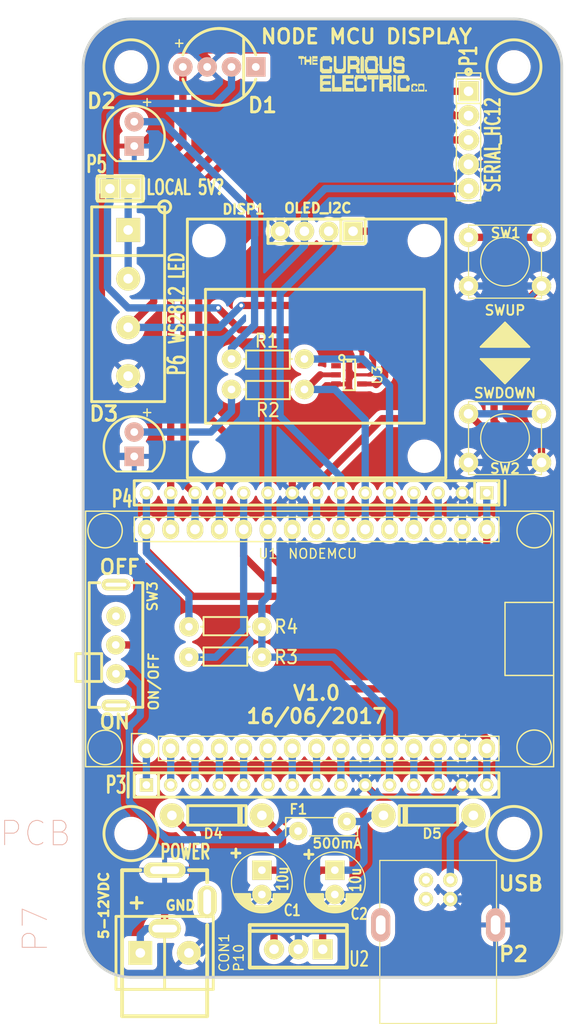
<source format=kicad_pcb>
(kicad_pcb (version 20221018) (generator pcbnew)
  (layers (0 "F.Cu" signal) (31 "B.Cu" signal) (34 "B.Paste" user) (35 "F.Paste" user) (36 "B.SilkS" user "B.Silkscreen") (37 "F.SilkS" user "F.Silkscreen") (38 "B.Mask" user) (39 "F.Mask" user) (44 "Edge.Cuts" user))
  (net 0 "")
  (net 1 "Net-(C1-Pad1)")
  (net 2 "Net-(CON1-Pad1)")
  (net 3 "Net-(C2-Pad1)")
  (net 4 "Net-(D5-Pad2)")
  (net 5 "Net-(F1-Pad2)")
  (net 6 "/5V_PWR")
  (net 7 "GND")
  (net 8 "/LED_WS2811")
  (net 9 "Net-(D2-Pad2)")
  (net 10 "Net-(D3-Pad2)")
  (net 11 "/SDA")
  (net 12 "/SCL")
  (net 13 "+3V3")
  (net 14 "/HC12_SET")
  (net 15 "/SOFT_Rx")
  (net 16 "/SOFT_Tx")
  (net 17 "Net-(P3-Pad12)")
  (net 18 "Net-(P3-Pad1)")
  (net 19 "Net-(P3-Pad2)")
  (net 20 "Net-(P3-Pad3)")
  (net 21 "Net-(P3-Pad4)")
  (net 22 "Net-(P3-Pad5)")
  (net 23 "Net-(P3-Pad6)")
  (net 24 "Net-(P3-Pad7)")
  (net 25 "Net-(P3-Pad8)")
  (net 26 "Net-(P3-Pad9)")
  (net 27 "/SW_DOWN")
  (net 28 "/Tx")
  (net 29 "/Rx")
  (net 30 "/LED_A")
  (net 31 "/SW_UP")
  (net 32 "Net-(P3-Pad13)")
  (net 33 "Net-(D1-Pad4)")
  (net 34 "Net-(P5-Pad2)")
  (footprint "REInnovationFootprint:TH_Diode_1" (layer "F.Cu") (at 103.505 118.11)
    (fp_text reference "D4")
    (fp_text value "D_Schottky" hide)
  )
  (footprint "REInnovationFootprint:TH_Diode_1" (layer "F.Cu") (at 126.365 118.11 180)
    (fp_text reference "D5")
    (fp_text value "D_Schottky" hide)
  )
  (footprint "REInnovationFootprint:C_1V7_TH" (layer "F.Cu") (at 108.585 125.095 -90)
    (fp_text reference "C1")
    (fp_text value "10u")
  )
  (footprint "REInnovationFootprint:C_1V7_TH" (layer "F.Cu") (at 116.205 125.095 -90)
    (fp_text reference "C2")
    (fp_text value "10u")
  )
  (footprint "REInnovationFootprint:DC_Power_2_1" (layer "F.Cu") (at 98.425 123.825)
    (fp_text reference "CON1")
    (fp_text value "BARREL_JACK" hide)
  )
  (footprint "REInnovationFootprint:TH_WS2811_LED_8mm" (layer "F.Cu") (at 104.14 40.005)
    (fp_text reference "D1")
    (fp_text value "WS2811_EpiStar_8mm" hide)
  )
  (footprint "REInnovationFootprint:TH_LED-5MM_larg_pad" (layer "F.Cu") (at 95.25 46.99 -90)
    (fp_text reference "D2")
    (fp_text value "A" hide)
  )
  (footprint "REInnovationFootprint:TH_LED-5MM_larg_pad" (layer "F.Cu") (at 95.25 79.375 -90)
    (fp_text reference "D3")
    (fp_text value "B" hide)
  )
  (footprint "REInnovationFootprint:TH_OLED1306" (layer "F.Cu") (at 114.3 55.88)
    (fp_text reference "DISP1")
    (fp_text value "OLED_I2C")
  )
  (footprint "REInnovationFootprint:TH_MC36188_FUSE" (layer "F.Cu") (at 117.475 118.745 180)
    (fp_text reference "F1")
    (fp_text value "500mA")
  )
  (footprint "REInnovationFootprint:TH_Resistor_1" (layer "F.Cu") (at 109.22 70.485 180)
    (fp_text reference "R1")
    (fp_text value "330" hide)
  )
  (footprint "REInnovationFootprint:TH_Resistor_1" (layer "F.Cu") (at 109.22 73.66 180)
    (fp_text reference "R2")
    (fp_text value "330" hide)
  )
  (footprint "REInnovationFootprint:TH_Resistor_1" (layer "F.Cu") (at 104.775 101.6)
    (fp_text reference "R3")
    (fp_text value "10k" hide)
  )
  (footprint "REInnovationFootprint:TH_Resistor_1" (layer "F.Cu") (at 104.775 98.425)
    (fp_text reference "R4")
    (fp_text value "10k" hide)
  )
  (footprint "REInnovationFootprint:SW_PUSH_SMALL_lg_pad" (layer "F.Cu") (at 133.985 60.325)
    (fp_text reference "SW1")
    (fp_text value "SWUP")
  )
  (footprint "REInnovationFootprint:SW_PUSH_SMALL_lg_pad" (layer "F.Cu") (at 133.985 78.74)
    (fp_text reference "SW2")
    (fp_text value "SWDOWN")
  )
  (footprint "REInnovationFootprint:SM_SOT-23-5" (layer "F.Cu") (at 116.332 72.136 -90)
    (fp_text reference "U3")
    (fp_text value "74LVC1G17" hide)
  )
  (footprint "REInnovationFootprint:TH_SIL_5_1mm" (layer "F.Cu") (at 130.175 48.895 -90)
    (fp_text reference "P1")
    (fp_text value "SERIAL_HC12")
  )
  (footprint "REInnovationFootprint:TH_SIL-15" (layer "F.Cu") (at 107.95 114.935)
    (fp_text reference "P3")
    (fp_text value "NODEMCU_1" hide)
  )
  (footprint "REInnovationFootprint:TH_SIL-15" (layer "F.Cu") (at 120.65 84.455 180)
    (fp_text reference "P4")
    (fp_text value "NODEMCU_2" hide)
  )
  (footprint "REInnovationFootprint:SW_SPDT_R_Angle_ALIEX" (layer "F.Cu") (at 93.345 100.33 180)
    (fp_text reference "SW3")
    (fp_text value "ON/OFF")
  )
  (footprint "REInnovationFootprint:TO220_7805_Vert" (layer "F.Cu") (at 112.395 132.08 90)
    (fp_text reference "U2")
    (fp_text value "L4940V5" hide)
  )
  (footprint "matts_components:SIL-2_solder_connect" (layer "F.Cu") (at 93.98 52.705)
    (fp_text reference "P5")
    (fp_text value "LOCAL 5V?")
  )
  (footprint "matts_components:SIL-4_screw_terminals" (layer "F.Cu") (at 94.615 57.15 -90)
    (fp_text reference "P6")
    (fp_text value "WS2812 LED")
  )
  (footprint "REInnovationFootprint:PCB_50x100mm_RJWIFI" (layer "F.Cu") (at 89.916 135.001)
    (fp_text reference "P7")
    (fp_text value "PCB")
    (fp_line (start 0 -95) (end 0 -45) (stroke (width 0.3)) (layer "Edge.Cuts"))
    (fp_line (start 0 -45) (end 0 -5) (stroke (width 0.3)) (layer "Edge.Cuts"))
    (fp_line (start 5 0) (end 45 0) (stroke (width 0.3)) (layer "Edge.Cuts"))
    (fp_line (start 45 -100) (end 5 -100) (stroke (width 0.3)) (layer "Edge.Cuts"))
    (fp_line (start 50 -95) (end 50 -45) (stroke (width 0.3)) (layer "Edge.Cuts"))
    (fp_line (start 50 -5) (end 50 -45) (stroke (width 0.3)) (layer "Edge.Cuts"))
    (fp_arc (start 0 -95) (mid 1.464466 -98.535534) (end 5 -100) (stroke (width 0.3)) (layer "Edge.Cuts"))
    (fp_arc (start 5 0) (mid 1.464466 -1.464466) (end 0 -5) (stroke (width 0.3)) (layer "Edge.Cuts"))
    (fp_arc (start 45 -100) (mid 48.535534 -98.535534) (end 50 -95) (stroke (width 0.3)) (layer "Edge.Cuts"))
    (fp_arc (start 50 -5) (mid 48.535534 -1.464466) (end 45 0) (stroke (width 0.3)) (layer "Edge.Cuts"))
  )
  (footprint "REInnovationFootprint:NodeMCU_Amica_R2_FSILK" (layer "F.Cu") (at 96.52 111.125 90)
    (fp_text reference "U1")
    (fp_text value "NODEMCU")
  )
  (footprint "CuriousElectric3:CEC_Globe_10mm_FCU" (layer "F.Cu") (at 133.35 101.473)
    (fp_text reference "P8" hide)
    (fp_text value "LOGO1" hide)
  )
  (footprint "CuriousElectric3:TCEC_Words_13mm" (layer "F.Cu") (at 112.141 38.608)
    (fp_text reference "P9" hide)
    (fp_text value "LOGO2" hide)
  )
  (footprint "REInnovationFootprint:TH_USB_B_lg_pad" (layer "F.Cu") (at 127 129.54)
    (fp_text reference "P2")
    (fp_text value "USB")
  )
  (footprint "REInnovationFootprint:SIL-2_screw_terminal" (layer "F.Cu") (at 95.885 132.461)
    (fp_text reference "P10")
    (fp_text value "POWER")
  )
  (gr_line (start 134.493 68.199) (end 133.985 67.691) (stroke (width 0.2)) (layer "F.SilkS"))
  (gr_line (start 133.985 72.263) (end 133.985 71.247) (stroke (width 0.2)) (layer "F.SilkS"))
  (gr_line (start 133.985 67.31) (end 132.842 68.453) (stroke (width 0.2)) (layer "F.SilkS"))
  (gr_line (start 134.366 71.501) (end 133.731 71.501) (stroke (width 0.2)) (layer "F.SilkS"))
  (gr_line (start 134.239 68.072) (end 133.985 67.818) (stroke (width 0.2)) (layer "F.SilkS"))
  (gr_line (start 133.477 71.501) (end 134.239 71.501) (stroke (width 0.2)) (layer "F.SilkS"))
  (gr_line (start 133.985 66.802) (end 131.826 68.961) (stroke (width 0.2)) (layer "F.SilkS"))
  (gr_line (start 135.763 70.866) (end 133.985 72.644) (stroke (width 0.2)) (layer "F.SilkS"))
  (gr_line (start 136.017 70.739) (end 133.985 72.771) (stroke (width 0.2)) (layer "F.SilkS"))
  (gr_line (start 133.604 68.072) (end 134.239 68.072) (stroke (width 0.2)) (layer "F.SilkS"))
  (gr_line (start 133.985 72.009) (end 133.477 71.501) (stroke (width 0.2)) (layer "F.SilkS"))
  (gr_line (start 133.223 71.374) (end 134.62 71.374) (stroke (width 0.2)) (layer "F.SilkS"))
  (gr_line (start 131.826 70.739) (end 136.017 70.739) (stroke (width 0.2)) (layer "F.SilkS"))
  (gr_line (start 134.874 71.247) (end 133.985 72.136) (stroke (width 0.2)) (layer "F.SilkS"))
  (gr_line (start 136.271 69.088) (end 133.985 66.802) (stroke (width 0.2)) (layer "F.SilkS"))
  (gr_line (start 135.255 71.12) (end 134.112 72.263) (stroke (width 0.2)) (layer "F.SilkS"))
  (gr_line (start 133.985 67.564) (end 133.35 68.199) (stroke (width 0.2)) (layer "F.SilkS"))
  (gr_line (start 133.985 71.247) (end 134.112 71.247) (stroke (width 0.2)) (layer "F.SilkS"))
  (gr_line (start 135.128 71.247) (end 134.874 71.247) (stroke (width 0.2)) (layer "F.SilkS"))
  (gr_line (start 133.985 66.929) (end 132.08 68.834) (stroke (width 0.2)) (layer "F.SilkS"))
  (gr_line (start 133.858 71.882) (end 133.858 71.501) (stroke (width 0.2)) (layer "F.SilkS"))
  (gr_line (start 134.239 71.501) (end 133.858 71.882) (stroke (width 0.2)) (layer "F.SilkS"))
  (gr_line (start 133.985 67.183) (end 132.588 68.58) (stroke (width 0.2)) (layer "F.SilkS"))
  (gr_line (start 132.08 70.866) (end 135.763 70.866) (stroke (width 0.2)) (layer "F.SilkS"))
  (gr_line (start 131.445 69.215) (end 136.525 69.215) (stroke (width 0.2)) (layer "F.SilkS"))
  (gr_line (start 135.509 70.993) (end 133.985 72.517) (stroke (width 0.2)) (layer "F.SilkS"))
  (gr_line (start 132.08 68.834) (end 135.763 68.834) (stroke (width 0.2)) (layer "F.SilkS"))
  (gr_line (start 133.985 71.501) (end 133.985 72.263) (stroke (width 0.2)) (layer "F.SilkS"))
  (gr_line (start 133.985 67.056) (end 132.334 68.707) (stroke (width 0.2)) (layer "F.SilkS"))
  (gr_line (start 132.842 71.247) (end 135.128 71.247) (stroke (width 0.2)) (layer "F.SilkS"))
  (gr_line (start 136.144 70.612) (end 136.271 70.612) (stroke (width 0.2)) (layer "F.SilkS"))
  (gr_line (start 131.445 70.485) (end 136.525 70.485) (stroke (width 0.2)) (layer "F.SilkS"))
  (gr_line (start 133.985 67.437) (end 133.096 68.326) (stroke (width 0.2)) (layer "F.SilkS"))
  (gr_line (start 132.588 71.12) (end 135.255 71.12) (stroke (width 0.2)) (layer "F.SilkS"))
  (gr_line (start 133.858 67.945) (end 133.985 68.072) (stroke (width 0.2)) (layer "F.SilkS"))
  (gr_line (start 133.096 68.326) (end 134.747 68.326) (stroke (width 0.2)) (layer "F.SilkS"))
  (gr_line (start 134.112 72.263) (end 133.985 72.39) (stroke (width 0.2)) (layer "F.SilkS"))
  (gr_line (start 132.334 68.707) (end 135.509 68.707) (stroke (width 0.2)) (layer "F.SilkS"))
  (gr_line (start 135.509 68.707) (end 133.985 67.183) (stroke (width 0.2)) (layer "F.SilkS"))
  (gr_line (start 133.35 68.199) (end 134.493 68.199) (stroke (width 0.2)) (layer "F.SilkS"))
  (gr_line (start 133.985 66.675) (end 131.445 69.215) (stroke (width 0.2)) (layer "F.SilkS"))
  (gr_line (start 133.985 68.072) (end 133.985 67.945) (stroke (width 0.2)) (layer "F.SilkS"))
  (gr_line (start 133.731 71.755) (end 133.985 71.501) (stroke (width 0.2)) (layer "F.SilkS"))
  (gr_line (start 133.985 72.771) (end 132.08 70.866) (stroke (width 0.2)) (layer "F.SilkS"))
  (gr_line (start 136.271 70.612) (end 133.985 72.898) (stroke (width 0.2)) (layer "F.SilkS"))
  (gr_line (start 131.699 70.612) (end 136.144 70.612) (stroke (width 0.2)) (layer "F.SilkS"))
  (gr_line (start 136.525 70.485) (end 133.985 73.025) (stroke (width 0.2)) (layer "F.SilkS"))
  (gr_line (start 132.588 68.58) (end 135.255 68.58) (stroke (width 0.2)) (layer "F.SilkS"))
  (gr_line (start 132.842 68.453) (end 134.874 68.453) (stroke (width 0.2)) (layer "F.SilkS"))
  (gr_line (start 133.985 72.517) (end 132.588 71.12) (stroke (width 0.2)) (layer "F.SilkS"))
  (gr_line (start 133.985 72.39) (end 132.842 71.247) (stroke (width 0.2)) (layer "F.SilkS"))
  (gr_line (start 136.525 69.215) (end 133.985 66.675) (stroke (width 0.2)) (layer "F.SilkS"))
  (gr_line (start 133.985 67.818) (end 133.858 67.945) (stroke (width 0.2)) (layer "F.SilkS"))
  (gr_line (start 131.699 69.088) (end 136.271 69.088) (stroke (width 0.2)) (layer "F.SilkS"))
  (gr_line (start 133.985 72.136) (end 133.096 71.247) (stroke (width 0.2)) (layer "F.SilkS"))
  (gr_line (start 134.747 68.326) (end 133.985 67.564) (stroke (width 0.2)) (layer "F.SilkS"))
  (gr_line (start 136.017 68.961) (end 133.985 66.929) (stroke (width 0.2)) (layer "F.SilkS"))
  (gr_line (start 135.763 68.834) (end 133.985 67.056) (stroke (width 0.2)) (layer "F.SilkS"))
  (gr_line (start 135.255 68.58) (end 133.985 67.31) (stroke (width 0.2)) (layer "F.SilkS"))
  (gr_line (start 133.985 67.691) (end 133.604 68.072) (stroke (width 0.2)) (layer "F.SilkS"))
  (gr_line (start 133.096 71.247) (end 133.223 71.374) (stroke (width 0.2)) (layer "F.SilkS"))
  (gr_line (start 132.334 70.993) (end 135.509 70.993) (stroke (width 0.2)) (layer "F.SilkS"))
  (gr_line (start 133.858 71.501) (end 134.366 71.501) (stroke (width 0.2)) (layer "F.SilkS"))
  (gr_line (start 133.985 72.898) (end 131.826 70.739) (stroke (width 0.2)) (layer "F.SilkS"))
  (gr_line (start 135.001 68.453) (end 133.985 67.437) (stroke (width 0.2)) (layer "F.SilkS"))
  (gr_line (start 134.874 68.453) (end 135.001 68.453) (stroke (width 0.2)) (layer "F.SilkS"))
  (gr_line (start 131.826 68.961) (end 136.017 68.961) (stroke (width 0.2)) (layer "F.SilkS"))
  (gr_line (start 133.731 71.501) (end 133.731 71.755) (stroke (width 0.2)) (layer "F.SilkS"))
  (gr_line (start 133.985 73.025) (end 131.445 70.485) (stroke (width 0.2)) (layer "F.SilkS"))
  (gr_line (start 133.985 72.644) (end 132.334 70.993) (stroke (width 0.2)) (layer "F.SilkS"))
  (gr_line (start 134.62 71.374) (end 133.985 72.009) (stroke (width 0.2)) (layer "F.SilkS"))
  (gr_text "ON" (at 93.218 108.331) (layer "F.SilkS") (effects (font (size 1.5 1.5) (thickness 0.3))))
  (gr_text "NODE MCU DISPLAY" (at 119.507 36.83) (layer "F.SilkS") (effects (font (size 1.5 1.5) (thickness 0.3))))
  (gr_text "OFF" (at 93.726 92.202) (layer "F.SilkS") (effects (font (size 1.5 1.5) (thickness 0.3))))
  (gr_text "5-12VDC" (at 92.075 127.508 90) (layer "F.SilkS") (effects (font (size 1 1) (thickness 0.25))))
  (gr_text "V1.0\n16/06/2017" (at 114.3 106.553) (layer "F.SilkS") (effects (font (size 1.5 1.5) (thickness 0.3))))
  (segment (start 109.855 129.921) (end 110.744 129.032) (width 0.762) (layer "F.Cu") (net 1))
  (segment (start 110.744 129.032) (end 110.744 123.825) (width 0.762) (layer "F.Cu") (net 1))
  (segment (start 110.744 120.269) (end 108.585 118.11) (width 0.762) (layer "F.Cu") (net 1))
  (segment (start 110.744 123.825) (end 110.617 123.825) (width 0.762) (layer "F.Cu") (net 1))
  (segment (start 110.617 123.825) (end 110.744 123.825) (width 0.762) (layer "F.Cu") (net 1))
  (segment (start 110.744 123.825) (end 110.744 120.269) (width 0.762) (layer "F.Cu") (net 1))
  (segment (start 109.855 132.08) (end 109.855 129.921) (width 0.762) (layer "F.Cu") (net 1))
  (segment (start 108.585 123.825) (end 110.744 123.825) (width 0.762) (layer "F.Cu") (net 1))
  (segment (start 98.425 128.016) (end 101.346 125.095) (width 0.762) (layer "F.Cu") (net 2))
  (segment (start 101.346 125.095) (end 101.346 120.269) (width 0.762) (layer "F.Cu") (net 2))
  (segment (start 101.346 120.269) (end 99.187 118.11) (width 0.762) (layer "F.Cu") (net 2))
  (segment (start 98.425 129.921) (end 98.425 128.016) (width 0.762) (layer "F.Cu") (net 2))
  (segment (start 95.885 130.556) (end 96.52 129.921) (width 0.762) (layer "B.Cu") (net 2))
  (segment (start 96.52 129.921) (end 98.425 129.921) (width 0.762) (layer "B.Cu") (net 2))
  (segment (start 95.885 132.461) (end 95.885 130.556) (width 0.762) (layer "B.Cu") (net 2))
  (segment (start 114.935 130.048) (end 113.792 128.905) (width 0.762) (layer "F.Cu") (net 3))
  (segment (start 113.792 128.905) (end 113.792 124.714) (width 0.762) (layer "F.Cu") (net 3))
  (segment (start 113.792 124.714) (end 114.681 123.825) (width 0.762) (layer "F.Cu") (net 3))
  (segment (start 114.681 123.825) (end 116.205 123.825) (width 0.762) (layer "F.Cu") (net 3))
  (segment (start 114.935 132.08) (end 114.935 130.048) (width 0.762) (layer "F.Cu") (net 3))
  (segment (start 119.888 118.11) (end 119.253 118.745) (width 0.762) (layer "B.Cu") (net 3))
  (segment (start 119.253 118.745) (end 117.475 118.745) (width 0.762) (layer "B.Cu") (net 3))
  (segment (start 118.364 123.825) (end 119.253 122.936) (width 0.762) (layer "B.Cu") (net 3))
  (segment (start 119.253 122.936) (end 119.253 118.745) (width 0.762) (layer "B.Cu") (net 3))
  (segment (start 121.285 118.11) (end 119.888 118.11) (width 0.762) (layer "B.Cu") (net 3))
  (segment (start 116.205 123.825) (end 118.364 123.825) (width 0.762) (layer "B.Cu") (net 3))
  (segment (start 128.27 120.523) (end 130.683 118.11) (width 0.762) (layer "B.Cu") (net 4))
  (segment (start 128.27 124.841) (end 128.27 120.523) (width 0.762) (layer "B.Cu") (net 4))
  (segment (start 111.268 119.745) (end 110.363 120.65) (width 0.762) (layer "B.Cu") (net 5))
  (segment (start 110.363 120.65) (end 98.679 120.65) (width 0.762) (layer "B.Cu") (net 5))
  (segment (start 98.679 120.65) (end 97.028 118.999) (width 0.762) (layer "B.Cu") (net 5))
  (segment (start 94.742 116.078) (end 94.742 108.839) (width 0.762) (layer "B.Cu") (net 5))
  (segment (start 94.742 108.839) (end 95.885 107.696) (width 0.762) (layer "B.Cu") (net 5))
  (segment (start 95.885 107.696) (end 95.885 104.521) (width 0.762) (layer "B.Cu") (net 5))
  (segment (start 95.885 104.521) (end 94.694 103.33) (width 0.762) (layer "B.Cu") (net 5))
  (segment (start 94.694 103.33) (end 93.345 103.33) (width 0.762) (layer "B.Cu") (net 5))
  (segment (start 94.742 116.713) (end 97.028 118.999) (width 0.762) (layer "B.Cu") (net 5))
  (segment (start 94.742 116.078) (end 94.742 116.713) (width 0.762) (layer "B.Cu") (net 5))
  (segment (start 112.375 119.745) (end 111.268 119.745) (width 0.762) (layer "B.Cu") (net 5))
  (segment (start 132.08 110.109) (end 126.873 104.902) (width 0.762) (layer "F.Cu") (net 6))
  (segment (start 126.873 104.902) (end 99.441 104.902) (width 0.762) (layer "F.Cu") (net 6))
  (segment (start 99.441 104.902) (end 95.504 100.965) (width 0.762) (layer "F.Cu") (net 6))
  (segment (start 94.86138 100.32238) (end 93.3196 100.32238) (width 0.762) (layer "F.Cu") (net 6))
  (segment (start 95.504 100.965) (end 94.86138 100.32238) (width 0.762) (layer "F.Cu") (net 6))
  (segment (start 95.504 91.694) (end 94.742 90.932) (width 0.762) (layer "F.Cu") (net 6))
  (segment (start 94.742 90.932) (end 94.742 84.836) (width 0.762) (layer "F.Cu") (net 6))
  (segment (start 94.742 84.836) (end 91.821 81.915) (width 0.762) (layer "F.Cu") (net 6))
  (segment (start 91.821 81.915) (end 91.821 53.594) (width 0.762) (layer "F.Cu") (net 6))
  (segment (start 91.821 53.594) (end 92.71 52.705) (width 0.762) (layer "F.Cu") (net 6))
  (segment (start 104.013 65.151) (end 106.299 67.437) (width 0.762) (layer "F.Cu") (net 6))
  (segment (start 106.299 67.437) (end 117.475 67.437) (width 0.762) (layer "F.Cu") (net 6))
  (segment (start 117.475 67.437) (end 118.999 68.961) (width 0.762) (layer "F.Cu") (net 6))
  (segment (start 118.999 68.961) (end 118.999 69.469) (width 0.762) (layer "F.Cu") (net 6))
  (segment (start 119.032 69.502) (end 118.999 69.469) (width 0.508) (layer "F.Cu") (net 6))
  (segment (start 119.032 71.186) (end 119.032 69.502) (width 0.508) (layer "F.Cu") (net 6))
  (segment (start 95.504 100.965) (end 95.504 91.694) (width 0.762) (layer "F.Cu") (net 6))
  (segment (start 132.08 111.76) (end 132.08 110.109) (width 0.762) (layer "F.Cu") (net 6))
  (via (at 104.013 65.151) (size 0.6) (drill 0.4) (layers "F.Cu" "B.Cu") (net 6))
  (segment (start 92.71 54.229) (end 92.456 54.483) (width 0.762) (layer "B.Cu") (net 6))
  (segment (start 92.456 54.483) (end 92.456 62.992) (width 0.762) (layer "B.Cu") (net 6))
  (segment (start 92.456 62.992) (end 94.615 65.151) (width 0.762) (layer "B.Cu") (net 6))
  (segment (start 94.615 65.151) (end 104.013 65.151) (width 0.762) (layer "B.Cu") (net 6))
  (segment (start 103.759 43.815) (end 105.41 42.164) (width 0.762) (layer "B.Cu") (net 6))
  (segment (start 105.41 42.164) (end 105.41 40.005) (width 0.762) (layer "B.Cu") (net 6))
  (segment (start 92.71 45.085) (end 93.98 43.815) (width 0.762) (layer "B.Cu") (net 6))
  (segment (start 93.98 43.815) (end 103.759 43.815) (width 0.762) (layer "B.Cu") (net 6))
  (segment (start 92.71 54.229) (end 92.71 52.705) (width 0.762) (layer "B.Cu") (net 6))
  (segment (start 92.71 52.705) (end 92.71 45.085) (width 0.762) (layer "B.Cu") (net 6))
  (segment (start 132.08 114.935) (end 132.08 111.76) (width 0.762) (layer "B.Cu") (net 6))
  (segment (start 120.65 116.205) (end 122.682 116.205) (width 0.762) (layer "F.Cu") (net 7))
  (segment (start 122.682 116.205) (end 128.143 116.205) (width 0.762) (layer "F.Cu") (net 7))
  (segment (start 128.143 116.205) (end 129.413 114.935) (width 0.762) (layer "F.Cu") (net 7))
  (segment (start 129.413 114.935) (end 129.54 114.935) (width 0.762) (layer "F.Cu") (net 7))
  (segment (start 137.795 79.502) (end 134.62 76.327) (width 0.762) (layer "F.Cu") (net 7))
  (segment (start 134.62 76.327) (end 134.62 66.04) (width 0.762) (layer "F.Cu") (net 7))
  (segment (start 134.62 66.04) (end 137.795 62.865) (width 0.762) (layer "F.Cu") (net 7))
  (segment (start 95.885 48.26) (end 98.425 45.72) (width 0.762) (layer "F.Cu") (net 7))
  (segment (start 98.425 45.72) (end 98.425 39.243) (width 0.762) (layer "F.Cu") (net 7))
  (segment (start 98.425 39.243) (end 99.441 38.227) (width 0.762) (layer "F.Cu") (net 7))
  (segment (start 99.441 38.227) (end 101.473 38.227) (width 0.762) (layer "F.Cu") (net 7))
  (segment (start 101.981 38.227) (end 102.87 39.116) (width 0.762) (layer "F.Cu") (net 7))
  (segment (start 102.87 39.116) (end 102.87 40.005) (width 0.762) (layer "F.Cu") (net 7))
  (segment (start 101.473 38.227) (end 101.981 38.227) (width 0.762) (layer "F.Cu") (net 7))
  (segment (start 129.159 38.227) (end 132.715 41.783) (width 0.762) (layer "F.Cu") (net 7))
  (segment (start 132.715 41.783) (end 132.715 49.149) (width 0.762) (layer "F.Cu") (net 7))
  (segment (start 132.715 49.149) (end 131.699 50.165) (width 0.762) (layer "F.Cu") (net 7))
  (segment (start 131.699 50.165) (end 130.175 50.165) (width 0.762) (layer "F.Cu") (net 7))
  (segment (start 111.76 82.042) (end 116.332 77.47) (width 0.762) (layer "F.Cu") (net 7))
  (segment (start 116.332 77.47) (end 116.332 76.962) (width 0.762) (layer "F.Cu") (net 7))
  (segment (start 116.332 76.962) (end 116.332 76.835) (width 0.762) (layer "F.Cu") (net 7))
  (segment (start 116.332 76.962) (end 116.332 73.086) (width 0.508) (layer "F.Cu") (net 7))
  (segment (start 111.76 85.09) (end 111.76 82.042) (width 0.762) (layer "F.Cu") (net 7))
  (segment (start 119.38 114.935) (end 120.65 116.205) (width 0.762) (layer "F.Cu") (net 7))
  (segment (start 95.25 48.26) (end 95.885 48.26) (width 0.762) (layer "F.Cu") (net 7))
  (segment (start 137.795 81.28) (end 137.795 79.502) (width 0.762) (layer "F.Cu") (net 7))
  (segment (start 101.473 38.227) (end 129.159 38.227) (width 0.762) (layer "F.Cu") (net 7))
  (segment (start 132.99948 127.41148) (end 132.42798 126.83998) (width 0.762) (layer "B.Cu") (net 7))
  (segment (start 132.42798 126.83998) (end 130.683 126.83998) (width 0.762) (layer "B.Cu") (net 7))
  (segment (start 112.395 126.365) (end 112.395 126.492) (width 0.762) (layer "B.Cu") (net 7))
  (segment (start 112.395 126.492) (end 112.395 126.365) (width 0.762) (layer "B.Cu") (net 7))
  (segment (start 112.395 126.365) (end 116.205 126.365) (width 0.762) (layer "B.Cu") (net 7))
  (segment (start 122.047 126.365) (end 124.714 129.032) (width 0.762) (layer "B.Cu") (net 7))
  (segment (start 124.714 129.032) (end 129.794 129.032) (width 0.762) (layer "B.Cu") (net 7))
  (segment (start 129.794 129.032) (end 130.683 128.143) (width 0.762) (layer "B.Cu") (net 7))
  (segment (start 130.683 128.143) (end 130.683 126.83998) (width 0.762) (layer "B.Cu") (net 7))
  (segment (start 130.683 126.83998) (end 128.27 126.83998) (width 0.762) (layer "B.Cu") (net 7))
  (segment (start 103.505 123.825) (end 106.045 126.365) (width 0.762) (layer "B.Cu") (net 7))
  (segment (start 106.045 126.365) (end 108.585 126.365) (width 0.762) (layer "B.Cu") (net 7))
  (segment (start 135.509 81.28) (end 137.795 81.28) (width 0.762) (layer "B.Cu") (net 7))
  (segment (start 135.509 112.776) (end 138.684 115.951) (width 0.762) (layer "B.Cu") (net 7))
  (segment (start 138.684 115.951) (end 138.684 123.825) (width 0.762) (layer "B.Cu") (net 7))
  (segment (start 138.684 123.825) (end 135.66902 126.83998) (width 0.762) (layer "B.Cu") (net 7))
  (segment (start 135.66902 126.83998) (end 132.42798 126.83998) (width 0.762) (layer "B.Cu") (net 7))
  (segment (start 135.509 106.68) (end 135.509 109.093) (width 0.762) (layer "B.Cu") (net 7))
  (segment (start 135.509 94.234) (end 135.509 106.68) (width 0.762) (layer "B.Cu") (net 7))
  (segment (start 114.554 94.234) (end 111.76 91.44) (width 0.762) (layer "B.Cu") (net 7))
  (segment (start 111.76 91.44) (end 111.76 88.9) (width 0.762) (layer "B.Cu") (net 7))
  (segment (start 129.54 94.234) (end 129.54 93.853) (width 0.762) (layer "B.Cu") (net 7))
  (segment (start 129.54 93.853) (end 129.54 94.234) (width 0.762) (layer "B.Cu") (net 7))
  (segment (start 129.54 94.234) (end 114.554 94.234) (width 0.762) (layer "B.Cu") (net 7))
  (segment (start 135.509 62.865) (end 137.795 62.865) (width 0.762) (layer "B.Cu") (net 7))
  (segment (start 129.54 110.617) (end 131.064 109.093) (width 0.762) (layer "B.Cu") (net 7))
  (segment (start 131.064 109.093) (end 135.509 109.093) (width 0.762) (layer "B.Cu") (net 7))
  (segment (start 135.509 109.093) (end 135.509 112.776) (width 0.762) (layer "B.Cu") (net 7))
  (segment (start 119.38 108.077) (end 115.57 104.267) (width 0.762) (layer "B.Cu") (net 7))
  (segment (start 115.57 104.267) (end 100.965 104.267) (width 0.762) (layer "B.Cu") (net 7))
  (segment (start 100.965 104.267) (end 96.012 99.314) (width 0.762) (layer "B.Cu") (net 7))
  (segment (start 96.012 99.314) (end 96.012 91.694) (width 0.762) (layer "B.Cu") (net 7))
  (segment (start 96.012 91.694) (end 92.583 88.265) (width 0.762) (layer "B.Cu") (net 7))
  (segment (start 92.583 88.265) (end 92.583 84.074) (width 0.762) (layer "B.Cu") (net 7))
  (segment (start 92.583 74.295) (end 94.615 72.263) (width 0.762) (layer "B.Cu") (net 7))
  (segment (start 92.583 80.645) (end 92.456 80.645) (width 0.762) (layer "B.Cu") (net 7))
  (segment (start 92.456 80.645) (end 92.583 80.645) (width 0.762) (layer "B.Cu") (net 7))
  (segment (start 92.583 80.645) (end 92.583 74.295) (width 0.762) (layer "B.Cu") (net 7))
  (segment (start 135.509 52.832) (end 132.842 50.165) (width 0.762) (layer "B.Cu") (net 7))
  (segment (start 132.842 50.165) (end 130.175 50.165) (width 0.762) (layer "B.Cu") (net 7))
  (segment (start 110.49 55.499) (end 114.3 51.689) (width 0.762) (layer "B.Cu") (net 7))
  (segment (start 114.3 51.689) (end 128.651 51.689) (width 0.762) (layer "B.Cu") (net 7))
  (segment (start 128.651 51.689) (end 130.175 50.165) (width 0.762) (layer "B.Cu") (net 7))
  (segment (start 102.235 132.461) (end 106.045 128.651) (width 0.762) (layer "B.Cu") (net 7))
  (segment (start 106.045 128.651) (end 106.045 126.365) (width 0.762) (layer "B.Cu") (net 7))
  (segment (start 98.425 123.825) (end 103.505 123.825) (width 0.762) (layer "B.Cu") (net 7))
  (segment (start 129.54 111.76) (end 129.54 110.617) (width 0.762) (layer "B.Cu") (net 7))
  (segment (start 108.585 126.365) (end 112.395 126.365) (width 0.762) (layer "B.Cu") (net 7))
  (segment (start 129.54 88.9) (end 129.54 94.234) (width 0.762) (layer "B.Cu") (net 7))
  (segment (start 111.76 85.09) (end 111.76 88.9) (width 0.762) (layer "B.Cu") (net 7))
  (segment (start 95.25 80.645) (end 92.583 80.645) (width 0.762) (layer "B.Cu") (net 7))
  (segment (start 129.54 88.9) (end 129.54 85.09) (width 0.762) (layer "B.Cu") (net 7))
  (segment (start 110.49 57.15) (end 110.49 55.499) (width 0.762) (layer "B.Cu") (net 7))
  (segment (start 116.205 126.365) (end 122.047 126.365) (width 0.762) (layer "B.Cu") (net 7))
  (segment (start 92.583 84.074) (end 92.583 80.645) (width 0.762) (layer "B.Cu") (net 7))
  (segment (start 129.54 114.935) (end 129.54 111.76) (width 0.762) (layer "B.Cu") (net 7))
  (segment (start 135.509 94.234) (end 135.509 81.28) (width 0.762) (layer "B.Cu") (net 7))
  (segment (start 135.509 94.234) (end 129.54 94.234) (width 0.762) (layer "B.Cu") (net 7))
  (segment (start 130.175 62.865) (end 135.509 62.865) (width 0.762) (layer "B.Cu") (net 7))
  (segment (start 132.99948 129.54) (end 132.99948 127.41148) (width 0.762) (layer "B.Cu") (net 7))
  (segment (start 112.395 132.08) (end 112.395 126.365) (width 0.762) (layer "B.Cu") (net 7))
  (segment (start 94.615 72.263) (end 94.615 72.644) (width 0.762) (layer "B.Cu") (net 7))
  (segment (start 119.38 111.76) (end 119.38 108.077) (width 0.762) (layer "B.Cu") (net 7))
  (segment (start 100.965 132.461) (end 102.235 132.461) (width 0.762) (layer "B.Cu") (net 7))
  (segment (start 130.175 81.28) (end 135.509 81.28) (width 0.762) (layer "B.Cu") (net 7))
  (segment (start 135.509 62.865) (end 135.509 52.832) (width 0.762) (layer "B.Cu") (net 7))
  (segment (start 119.38 114.935) (end 119.38 111.76) (width 0.762) (layer "B.Cu") (net 7))
  (segment (start 114.681 72.136) (end 113.157 73.66) (width 0.762) (layer "F.Cu") (net 8))
  (segment (start 116.332 72.136) (end 114.681 72.136) (width 0.508) (layer "F.Cu") (net 8))
  (segment (start 113.03 73.66) (end 113.157 73.66) (width 0.762) (layer "F.Cu") (net 8))
  (segment (start 116.205 73.66) (end 119.38 76.835) (width 0.762) (layer "B.Cu") (net 8))
  (segment (start 119.38 76.835) (end 119.38 85.09) (width 0.762) (layer "B.Cu") (net 8))
  (segment (start 113.03 73.66) (end 116.205 73.66) (width 0.762) (layer "B.Cu") (net 8))
  (segment (start 119.38 85.09) (end 119.38 88.9) (width 0.762) (layer "B.Cu") (net 8))
  (segment (start 98.171 45.72) (end 105.41 52.959) (width 0.762) (layer "B.Cu") (net 9))
  (segment (start 105.41 69.342) (end 107.823 66.929) (width 0.762) (layer "B.Cu") (net 9))
  (segment (start 107.823 66.929) (end 107.823 55.372) (width 0.762) (layer "B.Cu") (net 9))
  (segment (start 107.823 55.372) (end 105.41 52.959) (width 0.762) (layer "B.Cu") (net 9))
  (segment (start 95.25 45.72) (end 98.171 45.72) (width 0.762) (layer "B.Cu") (net 9))
  (segment (start 105.41 70.485) (end 105.41 69.342) (width 0.762) (layer "B.Cu") (net 9))
  (segment (start 103.251 78.105) (end 105.41 75.946) (width 0.762) (layer "B.Cu") (net 10))
  (segment (start 105.41 75.946) (end 105.41 73.66) (width 0.762) (layer "B.Cu") (net 10))
  (segment (start 95.25 78.105) (end 103.251 78.105) (width 0.762) (layer "B.Cu") (net 10))
  (segment (start 114.3 83.566) (end 121.158 76.708) (width 0.762) (layer "F.Cu") (net 11))
  (segment (start 121.158 76.708) (end 123.952 76.708) (width 0.762) (layer "F.Cu") (net 11))
  (segment (start 123.952 76.708) (end 125.095 75.565) (width 0.762) (layer "F.Cu") (net 11))
  (segment (start 125.095 75.565) (end 125.095 62.23) (width 0.762) (layer "F.Cu") (net 11))
  (segment (start 125.095 62.23) (end 120.015 57.15) (width 0.762) (layer "F.Cu") (net 11))
  (segment (start 120.015 57.15) (end 118.11 57.15) (width 0.762) (layer "F.Cu") (net 11))
  (segment (start 114.3 85.09) (end 114.3 83.566) (width 0.762) (layer "F.Cu") (net 11))
  (segment (start 114.3 85.09) (end 114.3 88.9) (width 0.762) (layer "B.Cu") (net 11))
  (segment (start 115.57 58.547) (end 110.49 63.627) (width 0.762) (layer "B.Cu") (net 12))
  (segment (start 110.49 63.627) (end 110.49 76.454) (width 0.762) (layer "B.Cu") (net 12))
  (segment (start 110.49 76.454) (end 116.84 82.804) (width 0.762) (layer "B.Cu") (net 12))
  (segment (start 116.84 82.804) (end 116.84 85.09) (width 0.762) (layer "B.Cu") (net 12))
  (segment (start 115.57 57.15) (end 115.57 58.547) (width 0.762) (layer "B.Cu") (net 12))
  (segment (start 116.84 85.09) (end 116.84 88.9) (width 0.762) (layer "B.Cu") (net 12))
  (segment (start 109.22 90.678) (end 110.363 91.821) (width 0.762) (layer "F.Cu") (net 13))
  (segment (start 110.363 91.821) (end 130.81 91.821) (width 0.762) (layer "F.Cu") (net 13))
  (segment (start 130.81 91.821) (end 132.08 90.551) (width 0.762) (layer "F.Cu") (net 13))
  (segment (start 132.08 90.551) (end 132.08 88.9) (width 0.762) (layer "F.Cu") (net 13))
  (segment (start 109.22 88.9) (end 109.22 90.678) (width 0.762) (layer "F.Cu") (net 13))
  (segment (start 108.585 95.885) (end 109.22 95.25) (width 0.762) (layer "B.Cu") (net 13))
  (segment (start 109.22 95.25) (end 109.22 88.9) (width 0.762) (layer "B.Cu") (net 13))
  (segment (start 109.22 62.484) (end 113.03 58.674) (width 0.762) (layer "B.Cu") (net 13))
  (segment (start 113.03 58.674) (end 113.03 57.15) (width 0.762) (layer "B.Cu") (net 13))
  (segment (start 121.92 107.442) (end 116.078 101.6) (width 0.762) (layer "B.Cu") (net 13))
  (segment (start 116.078 101.6) (end 108.585 101.6) (width 0.762) (layer "B.Cu") (net 13))
  (segment (start 113.03 54.864) (end 115.189 52.705) (width 0.762) (layer "B.Cu") (net 13))
  (segment (start 115.189 52.705) (end 130.175 52.705) (width 0.762) (layer "B.Cu") (net 13))
  (segment (start 109.22 85.09) (end 109.22 88.9) (width 0.762) (layer "B.Cu") (net 13))
  (segment (start 108.585 101.6) (end 108.585 98.425) (width 0.762) (layer "B.Cu") (net 13))
  (segment (start 108.585 98.425) (end 108.585 95.885) (width 0.762) (layer "B.Cu") (net 13))
  (segment (start 113.03 57.15) (end 113.03 54.864) (width 0.762) (layer "B.Cu") (net 13))
  (segment (start 109.22 85.09) (end 109.22 62.484) (width 0.762) (layer "B.Cu") (net 13))
  (segment (start 121.92 111.76) (end 121.92 107.442) (width 0.762) (layer "B.Cu") (net 13))
  (segment (start 121.92 114.935) (end 121.92 111.76) (width 0.762) (layer "B.Cu") (net 13))
  (segment (start 132.08 88.9) (end 132.08 85.09) (width 0.762) (layer "B.Cu") (net 13))
  (segment (start 99.06 53.594) (end 110.109 42.545) (width 0.762) (layer "F.Cu") (net 14))
  (segment (start 99.06 85.09) (end 99.06 53.594) (width 0.762) (layer "F.Cu") (net 14))
  (segment (start 130.175 42.545) (end 110.109 42.545) (width 0.762) (layer "F.Cu") (net 14))
  (segment (start 99.06 88.9) (end 99.06 85.09) (width 0.762) (layer "B.Cu") (net 14))
  (segment (start 101.6 84.582) (end 100.457 83.439) (width 0.762) (layer "F.Cu") (net 15))
  (segment (start 100.457 83.439) (end 100.457 54.102) (width 0.762) (layer "F.Cu") (net 15))
  (segment (start 100.457 54.102) (end 110.617 43.942) (width 0.762) (layer "F.Cu") (net 15))
  (segment (start 110.617 43.942) (end 127.508 43.942) (width 0.762) (layer "F.Cu") (net 15))
  (segment (start 127.508 43.942) (end 128.651 45.085) (width 0.762) (layer "F.Cu") (net 15))
  (segment (start 128.651 45.085) (end 130.175 45.085) (width 0.762) (layer "F.Cu") (net 15))
  (segment (start 101.6 85.09) (end 101.6 84.582) (width 0.762) (layer "F.Cu") (net 15))
  (segment (start 101.6 88.9) (end 101.6 85.09) (width 0.762) (layer "B.Cu") (net 15))
  (segment (start 107.315 48.895) (end 111.125 45.085) (width 0.762) (layer "F.Cu") (net 16))
  (segment (start 111.125 45.085) (end 125.73 45.085) (width 0.762) (layer "F.Cu") (net 16))
  (segment (start 125.73 45.085) (end 128.27 47.625) (width 0.762) (layer "F.Cu") (net 16))
  (segment (start 128.27 47.625) (end 130.175 47.625) (width 0.762) (layer "F.Cu") (net 16))
  (segment (start 104.14 83.439) (end 105.664 81.915) (width 0.762) (layer "F.Cu") (net 16))
  (segment (start 105.664 81.915) (end 105.664 79.121) (width 0.762) (layer "F.Cu") (net 16))
  (segment (start 105.664 79.121) (end 101.981 75.438) (width 0.762) (layer "F.Cu") (net 16))
  (segment (start 101.981 75.438) (end 101.981 62.865) (width 0.762) (layer "F.Cu") (net 16))
  (segment (start 101.981 62.865) (end 107.315 57.531) (width 0.762) (layer "F.Cu") (net 16))
  (segment (start 107.315 57.531) (end 107.315 48.895) (width 0.762) (layer "F.Cu") (net 16))
  (segment (start 104.14 85.09) (end 104.14 83.439) (width 0.762) (layer "F.Cu") (net 16))
  (segment (start 104.14 88.9) (end 104.14 85.09) (width 0.762) (layer "B.Cu") (net 16))
  (segment (start 124.46 114.935) (end 124.46 111.76) (width 0.762) (layer "B.Cu") (net 17))
  (segment (start 96.52 114.935) (end 96.52 111.76) (width 0.762) (layer "B.Cu") (net 18))
  (segment (start 99.06 114.935) (end 99.06 111.76) (width 0.762) (layer "B.Cu") (net 19))
  (segment (start 101.6 114.935) (end 101.6 111.76) (width 0.762) (layer "B.Cu") (net 20))
  (segment (start 104.14 114.935) (end 104.14 111.76) (width 0.762) (layer "B.Cu") (net 21))
  (segment (start 106.68 114.935) (end 106.68 111.76) (width 0.762) (layer "B.Cu") (net 22))
  (segment (start 109.22 114.935) (end 109.22 111.76) (width 0.762) (layer "B.Cu") (net 23))
  (segment (start 111.76 114.935) (end 111.76 111.76) (width 0.762) (layer "B.Cu") (net 24))
  (segment (start 114.3 114.935) (end 114.3 111.76) (width 0.762) (layer "B.Cu") (net 25))
  (segment (start 116.84 114.935) (end 116.84 111.76) (width 0.762) (layer "B.Cu") (net 26))
  (segment (start 133.858 91.313) (end 131.572 93.599) (width 0.762) (layer "F.Cu") (net 27))
  (segment (start 131.572 93.599) (end 109.22 93.599) (width 0.762) (layer "F.Cu") (net 27))
  (segment (start 109.22 93.599) (end 106.68 91.059) (width 0.762) (layer "F.Cu") (net 27))
  (segment (start 106.68 91.059) (end 106.68 88.9) (width 0.762) (layer "F.Cu") (net 27))
  (segment (start 133.858 80.772) (end 133.858 91.313) (width 0.762) (layer "F.Cu") (net 27))
  (segment (start 133.858 79.883) (end 130.175 76.2) (width 0.762) (layer "F.Cu") (net 27))
  (segment (start 133.858 80.772) (end 133.858 79.883) (width 0.762) (layer "F.Cu") (net 27))
  (segment (start 103.759 101.6) (end 106.68 98.679) (width 0.762) (layer "B.Cu") (net 27))
  (segment (start 106.68 98.679) (end 106.68 88.9) (width 0.762) (layer "B.Cu") (net 27))
  (segment (start 100.965 101.6) (end 103.759 101.6) (width 0.762) (layer "B.Cu") (net 27))
  (segment (start 106.68 85.09) (end 106.68 88.9) (width 0.762) (layer "B.Cu") (net 27))
  (segment (start 130.175 76.2) (end 137.795 76.2) (width 0.762) (layer "B.Cu") (net 27))
  (segment (start 127 88.9) (end 127 85.09) (width 0.762) (layer "B.Cu") (net 28))
  (segment (start 124.46 88.9) (end 124.46 85.09) (width 0.762) (layer "B.Cu") (net 29))
  (segment (start 121.92 73.279) (end 119.126 70.485) (width 0.762) (layer "B.Cu") (net 30))
  (segment (start 119.126 70.485) (end 113.03 70.485) (width 0.762) (layer "B.Cu") (net 30))
  (segment (start 121.92 85.09) (end 121.92 73.279) (width 0.762) (layer "B.Cu") (net 30))
  (segment (start 121.92 85.09) (end 121.92 88.9) (width 0.762) (layer "B.Cu") (net 30))
  (segment (start 135.509 57.785) (end 137.795 57.785) (width 0.762) (layer "F.Cu") (net 31))
  (segment (start 135.509 91.694) (end 131.953 95.25) (width 0.762) (layer "F.Cu") (net 31))
  (segment (start 131.953 95.25) (end 101.346 95.25) (width 0.762) (layer "F.Cu") (net 31))
  (segment (start 101.346 95.25) (end 96.52 90.424) (width 0.762) (layer "F.Cu") (net 31))
  (segment (start 96.52 90.424) (end 96.52 88.9) (width 0.762) (layer "F.Cu") (net 31))
  (segment (start 132.842 57.785) (end 135.509 57.785) (width 0.762) (layer "F.Cu") (net 31))
  (segment (start 135.509 83.693) (end 135.509 91.694) (width 0.762) (layer "F.Cu") (net 31))
  (segment (start 135.509 79.629) (end 132.842 76.962) (width 0.762) (layer "F.Cu") (net 31))
  (segment (start 132.842 76.962) (end 132.842 73.025) (width 0.762) (layer "F.Cu") (net 31))
  (segment (start 132.842 73.025) (end 132.842 57.785) (width 0.762) (layer "F.Cu") (net 31))
  (segment (start 135.509 83.693) (end 135.509 79.629) (width 0.762) (layer "F.Cu") (net 31))
  (segment (start 130.175 57.785) (end 132.842 57.785) (width 0.762) (layer "F.Cu") (net 31))
  (segment (start 100.965 95.123) (end 96.52 90.678) (width 0.762) (layer "B.Cu") (net 31))
  (segment (start 96.52 90.678) (end 96.52 88.9) (width 0.762) (layer "B.Cu") (net 31))
  (segment (start 100.965 98.425) (end 100.965 95.123) (width 0.762) (layer "B.Cu") (net 31))
  (segment (start 100.965 98.425) (end 100.965 98.044) (width 0.762) (layer "B.Cu") (net 31))
  (segment (start 96.52 88.9) (end 96.52 85.09) (width 0.762) (layer "B.Cu") (net 31))
  (segment (start 127 114.935) (end 127 111.76) (width 0.762) (layer "B.Cu") (net 32))
  (segment (start 97.282 64.516) (end 97.282 51.054) (width 0.762) (layer "F.Cu") (net 33))
  (segment (start 97.282 51.054) (end 100.33 48.006) (width 0.762) (layer "F.Cu") (net 33))
  (segment (start 100.33 48.006) (end 100.33 40.005) (width 0.762) (layer "F.Cu") (net 33))
  (segment (start 106.426 64.897) (end 117.221 64.897) (width 0.762) (layer "F.Cu") (net 33))
  (segment (start 117.221 64.897) (end 121.412 69.088) (width 0.762) (layer "F.Cu") (net 33))
  (segment (start 121.412 69.088) (end 121.412 72.263) (width 0.762) (layer "F.Cu") (net 33))
  (segment (start 121.412 72.263) (end 120.523 73.152) (width 0.762) (layer "F.Cu") (net 33))
  (segment (start 120.589 73.086) (end 120.523 73.152) (width 0.508) (layer "F.Cu") (net 33))
  (segment (start 94.615 67.183) (end 97.282 64.516) (width 0.762) (layer "F.Cu") (net 33))
  (segment (start 119.032 73.086) (end 120.589 73.086) (width 0.508) (layer "F.Cu") (net 33))
  (via (at 106.426 64.897) (size 0.6) (drill 0.4) (layers "F.Cu" "B.Cu") (net 33))
  (segment (start 104.14 67.183) (end 106.426 64.897) (width 0.762) (layer "B.Cu") (net 33))
  (segment (start 102.235 67.183) (end 94.615 67.183) (width 0.762) (layer "B.Cu") (net 33))
  (segment (start 102.235 67.183) (end 104.14 67.183) (width 0.762) (layer "B.Cu") (net 33))
  (segment (start 94.615 52.959) (end 94.869 52.705) (width 0.762) (layer "B.Cu") (net 34))
  (segment (start 94.615 57.023) (end 94.615 52.959) (width 0.762) (layer "B.Cu") (net 34))
  (segment (start 94.615 62.103) (end 94.615 57.023) (width 0.762) (layer "B.Cu") (net 34))
  (zone (net 7) (net_name "GND") (layer "F.Cu") (connect_pads (clearance 0.508)) (min_thickness 0.254) (fill yes (thermal_gap 0.508) (thermal_bridge_width 0.508))
    (polygon (pts (xy 142.24 137.16) (xy 88.9 137.16) (xy 88.9 33.02) (xy 142.24 33.02)))
  )
  (zone (net 7) (net_name "GND") (layer "B.Cu") (connect_pads (clearance 0.508)) (min_thickness 0.254) (fill yes (thermal_gap 0.508) (thermal_bridge_width 0.508))
    (polygon (pts (xy 142.24 137.16) (xy 88.9 137.16) (xy 88.9 33.02) (xy 142.24 33.02)))
  )
)
</source>
